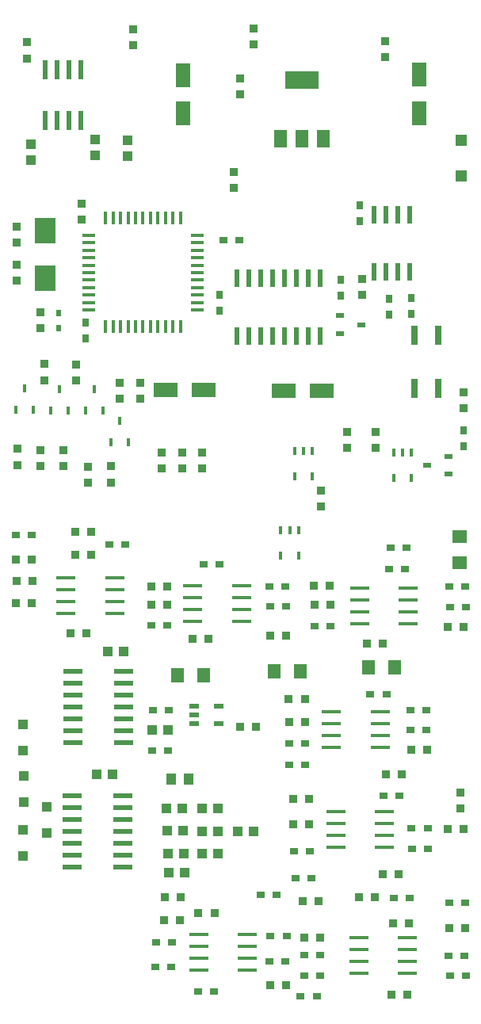
<source format=gtp>
G04 DipTrace 3.3.0.0*
G04 threshold_02a.GTP*
%MOIN*%
G04 #@! TF.FileFunction,Paste,Top*
G04 #@! TF.Part,Single*
%AMOUTLINE2*
4,1,4,
0.017638,0.015669,
0.017638,-0.015669,
-0.017638,-0.015669,
-0.017638,0.015669,
0.017638,0.015669,
0*%
%AMOUTLINE5*
4,1,4,
0.031417,-0.02748,
-0.031417,-0.02748,
-0.031417,0.02748,
0.031417,0.02748,
0.031417,-0.02748,
0*%
%AMOUTLINE8*
4,1,4,
0.02748,0.031417,
0.02748,-0.031417,
-0.02748,-0.031417,
-0.02748,0.031417,
0.02748,0.031417,
0*%
%AMOUTLINE11*
4,1,4,
0.015669,-0.017638,
-0.015669,-0.017638,
-0.015669,0.017638,
0.015669,0.017638,
0.015669,-0.017638,
0*%
%AMOUTLINE14*
4,1,4,
-0.015669,0.017638,
0.015669,0.017638,
0.015669,-0.017638,
-0.015669,-0.017638,
-0.015669,0.017638,
0*%
%AMOUTLINE17*
4,1,4,
-0.017638,-0.015669,
-0.017638,0.015669,
0.017638,0.015669,
0.017638,-0.015669,
-0.017638,-0.015669,
0*%
%AMOUTLINE20*
4,1,4,
-0.051102,-0.028465,
-0.051102,0.028465,
0.051102,0.028465,
0.051102,-0.028465,
-0.051102,-0.028465,
0*%
%AMOUTLINE23*
4,1,4,
-0.02748,-0.031417,
-0.02748,0.031417,
0.02748,0.031417,
0.02748,-0.031417,
-0.02748,-0.031417,
0*%
%AMOUTLINE26*
4,1,4,
0.028465,-0.051102,
-0.028465,-0.051102,
-0.028465,0.051102,
0.028465,0.051102,
0.028465,-0.051102,
0*%
%AMOUTLINE29*
4,1,4,
0.023543,-0.023543,
0.023543,0.023543,
-0.023543,0.023543,
-0.023543,-0.023543,
0.023543,-0.023543,
0*%
%AMOUTLINE32*
4,1,4,
0.016654,0.00878,
0.016654,-0.00878,
-0.016654,-0.00878,
-0.016654,0.00878,
0.016654,0.00878,
0*%
%AMOUTLINE35*
4,1,4,
0.039291,-0.007795,
0.039291,0.007795,
-0.039291,0.007795,
-0.039291,-0.007795,
0.039291,-0.007795,
0*%
%AMOUTLINE38*
4,1,4,
-0.007795,0.017638,
0.007795,0.017638,
0.007795,-0.017638,
-0.007795,-0.017638,
-0.007795,0.017638,
0*%
%AMOUTLINE41*
4,1,4,
-0.016654,-0.00878,
-0.016654,0.00878,
0.016654,0.00878,
0.016654,-0.00878,
-0.016654,-0.00878,
0*%
%AMOUTLINE44*
4,1,4,
0.008984,0.035984,
-0.008984,0.035984,
-0.008984,-0.035984,
0.008984,-0.035984,
0.008984,0.035984,
0*%
%AMOUTLINE47*
4,1,4,
0.025484,0.035484,
-0.025484,0.035484,
-0.025484,-0.035484,
0.025484,-0.035484,
0.025484,0.035484,
0*%
%AMOUTLINE50*
4,1,4,
0.070984,0.035484,
-0.070984,0.035484,
-0.070984,-0.035484,
0.070984,-0.035484,
0.070984,0.035484,
0*%
%AMOUTLINE53*
4,1,4,
-0.005827,0.025512,
-0.005827,-0.025512,
0.005827,-0.025512,
0.005827,0.025512,
-0.005827,0.025512,
0*%
%AMOUTLINE56*
4,1,4,
-0.025512,0.005827,
-0.025512,-0.005827,
0.025512,-0.005827,
0.025512,0.005827,
-0.025512,0.005827,
0*%
%AMOUTLINE65*
4,1,4,
-0.009764,0.012717,
-0.009764,-0.012717,
0.009764,-0.012717,
0.009764,0.012717,
-0.009764,0.012717,
0*%
%ADD26R,0.043307X0.03937*%
%ADD27R,0.03937X0.043307*%
%ADD41R,0.07874X0.023622*%
%ADD43R,0.043307X0.023622*%
%ADD50R,0.023622X0.07874*%
%ADD81R,0.086457X0.110079*%
%ADD83R,0.017559X0.033307*%
%ADD97R,0.015591X0.035276*%
%ADD99R,0.031339X0.078583*%
%ADD101R,0.039213X0.039213*%
%ADD103R,0.04315X0.051024*%
%ADD105R,0.054961X0.062835*%
%ADD107R,0.031339X0.035276*%
%ADD109R,0.035276X0.031339*%
%ADD115OUTLINE2*%
%ADD118OUTLINE5*%
%ADD121OUTLINE8*%
%ADD124OUTLINE11*%
%ADD127OUTLINE14*%
%ADD130OUTLINE17*%
%ADD133OUTLINE20*%
%ADD136OUTLINE23*%
%ADD139OUTLINE26*%
%ADD142OUTLINE29*%
%ADD145OUTLINE32*%
%ADD148OUTLINE35*%
%ADD151OUTLINE38*%
%ADD154OUTLINE41*%
%ADD157OUTLINE44*%
%ADD160OUTLINE47*%
%ADD163OUTLINE50*%
%ADD166OUTLINE53*%
%ADD169OUTLINE56*%
%ADD178OUTLINE65*%
%FSLAX26Y26*%
G04*
G70*
G90*
G75*
G01*
G04 TopPaste*
%LPD*%
D109*
X2031639Y842336D3*
X2098568D3*
D107*
X2324959Y2808093D3*
Y2741164D3*
D109*
X2013218Y2225344D3*
X2080147D3*
D115*
X1715945Y828941D3*
X1649016D3*
X1277681Y778179D3*
X1210752D3*
D109*
X2263769Y599081D3*
X2330698D3*
X1990706Y1273581D3*
X2057635D3*
D118*
X2310068Y2363580D3*
Y2253344D3*
D121*
X1925048Y1811221D3*
X2035285D3*
D115*
X1675021Y1151518D3*
X1608092D3*
X1986929Y1913261D3*
X1920000D3*
D109*
X2110197Y1047793D3*
X2177126D3*
D124*
X1726686Y2487911D3*
Y2554840D3*
D127*
X1955160Y2734596D3*
Y2801525D3*
D109*
X902579Y2327764D3*
X835649D3*
D115*
X510229Y2081637D3*
X443300D3*
D130*
X691740Y2286671D3*
X758669D3*
D133*
X1729261Y2976509D3*
X1567844D3*
X1072909Y2977697D3*
X1234327D3*
D115*
X673245Y1955239D3*
X740174D3*
D124*
X1835685Y2736417D3*
Y2803347D3*
D109*
X1232278Y2245722D3*
X1299207D3*
D115*
X1135350Y845654D3*
X1068421D3*
X2030010Y736621D3*
X2096939D3*
D136*
X1234296Y1777496D3*
X1124060D3*
D109*
X1514130Y680745D3*
X1581059D3*
X1934197Y1697450D3*
X2001126D3*
D105*
X1639796Y1796484D3*
X1529560D3*
D115*
X1657787Y1678525D3*
X1590858D3*
X1252764Y1933429D3*
X1185834D3*
D109*
X2103762Y1549541D3*
X2170691D3*
D124*
X1897991Y3445511D3*
Y3378581D3*
D107*
X1299764Y3378988D3*
Y3312059D3*
D109*
X1314648Y3609760D3*
X1381577D3*
D107*
X2106300Y3367310D3*
Y3300381D3*
D127*
X1386457Y4221462D3*
Y4288391D3*
D107*
X2012319Y3363517D3*
Y3296588D3*
D139*
X2138870Y4143751D3*
Y4305168D3*
X1145082Y4141224D3*
Y4302642D3*
D107*
X734813Y3263343D3*
Y3196413D3*
X1889628Y3756490D3*
Y3689560D3*
D124*
X445794Y3597785D3*
Y3664714D3*
X545290Y3304484D3*
Y3237555D3*
D127*
X446002Y3505347D3*
Y3438417D3*
X718215Y3761984D3*
Y3695055D3*
D27*
X774951Y4031934D3*
Y3965005D3*
D26*
X896859Y1878770D3*
X829930D3*
X849363Y1361508D3*
X782434D3*
D103*
X1094569Y1341892D3*
X1169373D3*
D142*
X2317264Y3880079D3*
Y4029685D3*
D101*
X472203Y1130117D3*
Y1019881D3*
X474915Y1355186D3*
Y1244950D3*
X571397Y1114952D3*
Y1225188D3*
X471855Y1461621D3*
Y1571857D3*
D99*
X2119041Y2984526D3*
X2219041D3*
Y3209329D3*
X2119041D3*
D145*
X2262543Y2624786D3*
Y2699589D3*
X2171992Y2662188D3*
D148*
X1889577Y2146983D3*
Y2096983D3*
Y2046983D3*
Y1996983D3*
X2094302D3*
Y2046983D3*
Y2096983D3*
Y2146983D3*
X1885644Y676820D3*
Y626820D3*
Y576820D3*
Y526820D3*
X2090369D3*
Y576820D3*
Y626820D3*
Y676820D3*
X1789512Y1206278D3*
Y1156278D3*
Y1106278D3*
Y1056278D3*
X1994236D3*
Y1106278D3*
Y1156278D3*
Y1206278D3*
D151*
X2106294Y2716511D3*
X2068892D3*
X2031491D3*
Y2610211D3*
X2106294D3*
X1632334Y2390289D3*
X1594933D3*
X1557531D3*
Y2283990D3*
X1632334D3*
D148*
X652978Y2188051D3*
Y2138051D3*
Y2088051D3*
Y2038051D3*
X857702D3*
Y2088051D3*
Y2138051D3*
Y2188051D3*
D97*
X1689694Y2722791D3*
X1652292D3*
X1614891D3*
Y2616492D3*
X1689694D3*
D148*
X1187296Y2154064D3*
Y2104064D3*
Y2054064D3*
Y2004064D3*
X1392021D3*
Y2054064D3*
Y2104064D3*
Y2154064D3*
X1212291Y689841D3*
Y639841D3*
Y589841D3*
Y539841D3*
X1417016D3*
Y589841D3*
Y639841D3*
Y689841D3*
D154*
X1806935Y3290982D3*
Y3216179D3*
X1897486Y3253580D3*
D148*
X1770286Y1625352D3*
Y1575352D3*
Y1525352D3*
Y1475352D3*
X1975010D3*
Y1525352D3*
Y1575352D3*
Y1625352D3*
D157*
X1371710Y3205781D3*
X1421710D3*
X1471710D3*
X1521710D3*
X1571710D3*
X1621710D3*
X1671710D3*
X1721710D3*
Y3447781D3*
X1671710D3*
X1621710D3*
X1571710D3*
X1521710D3*
X1471710D3*
X1421710D3*
X1371710D3*
D160*
X1557101Y4035948D3*
X1647101D3*
X1737101D3*
D163*
X1646101Y4283948D3*
D157*
X1949094Y3474681D3*
X1999094D3*
X2049094D3*
X2099094D3*
Y3716681D3*
X2049094D3*
X1999094D3*
X1949094D3*
D166*
X819883Y3244084D3*
X851379D3*
X882875D3*
X914371D3*
X945867D3*
X977363D3*
X1008859D3*
X1040355D3*
X1071852D3*
X1103348D3*
X1134844D3*
D169*
X1205710Y3314950D3*
Y3346446D3*
Y3377942D3*
Y3409438D3*
Y3440934D3*
Y3472431D3*
Y3503927D3*
Y3535423D3*
Y3566919D3*
Y3598415D3*
Y3629911D3*
D166*
X1134844Y3700777D3*
X1103348D3*
X1071852D3*
X1040355D3*
X1008859D3*
X977363D3*
X945867D3*
X914371D3*
X882875D3*
X851379D3*
X819883D3*
D169*
X749017Y3629911D3*
Y3598415D3*
Y3566919D3*
Y3535423D3*
Y3503927D3*
Y3472431D3*
Y3440934D3*
Y3409438D3*
Y3377942D3*
Y3346446D3*
Y3314950D3*
D41*
X683495Y1797352D3*
Y1747352D3*
Y1697352D3*
Y1647352D3*
Y1597352D3*
Y1547352D3*
Y1497352D3*
X896093D3*
Y1547352D3*
Y1597352D3*
Y1647352D3*
Y1697352D3*
Y1747352D3*
Y1797352D3*
X680109Y1273167D3*
Y1223167D3*
Y1173167D3*
Y1123167D3*
Y1073167D3*
Y1023167D3*
Y973167D3*
X892707D3*
Y1023167D3*
Y1073167D3*
Y1123167D3*
Y1173167D3*
Y1223167D3*
Y1273167D3*
D43*
X1191097Y1649957D3*
Y1612555D3*
Y1575154D3*
X1297396D3*
Y1649957D3*
D178*
X623747Y3238030D3*
Y3301022D3*
D50*
X716453Y4325050D3*
X666453D3*
X616453D3*
X566453D3*
Y4112452D3*
X616453D3*
X666453D3*
X716453D3*
D83*
X842787Y2759097D3*
X917590D3*
X880189Y2849648D3*
X736097Y2892591D3*
X810900D3*
X773499Y2983142D3*
X588726Y2892701D3*
X663529D3*
X626127Y2983252D3*
X442271Y2894928D3*
X517075D3*
X479673Y2985479D3*
D81*
X567296Y3447861D3*
Y3647488D3*
D130*
X1885416Y844748D3*
X1952345D3*
D109*
X2087569Y2316663D3*
X2020640D3*
D124*
X2324458Y2970278D3*
Y2903349D3*
D115*
X1762338Y2156039D3*
X1695409D3*
D109*
X2265521Y2153950D3*
X2332450D3*
D115*
X1722754Y675744D3*
X1655825D3*
D127*
X964415Y2942088D3*
Y3009017D3*
X880131Y2943748D3*
Y3010677D3*
D115*
X1767151Y2075604D3*
X1700222D3*
D109*
X2268400Y515655D3*
X2335329D3*
X2267720Y2066763D3*
X2334649D3*
X1654638Y602508D3*
X1721567D3*
X1699143Y1984079D3*
X1766072D3*
D115*
X2331846Y716559D3*
X2264917D3*
X1675021Y1257769D3*
X1608092D3*
X2327397Y1982689D3*
X2260468D3*
D109*
X1707749Y430606D3*
X1640820D3*
D115*
X1986418Y942108D3*
X2053348D3*
D127*
X841123Y2657613D3*
Y2590684D3*
X744405Y2654600D3*
Y2587671D3*
D109*
X2107417Y1134865D3*
X2174346D3*
D115*
X2022140Y437249D3*
X2089069D3*
D109*
X1654526Y516433D3*
X1721455D3*
X2331394Y823803D3*
X2264464D3*
X1612522Y1039020D3*
X1679451D3*
D115*
X2327069Y1132144D3*
X2260140D3*
D109*
X1618771Y926520D3*
X1685701D3*
D124*
X2312067Y1286000D3*
Y1219071D3*
D115*
X508808Y2267000D3*
X441879D3*
X511534Y2175656D3*
X444605D3*
D130*
X692075Y2383057D3*
X759004D3*
D127*
X1226614Y2716411D3*
Y2649482D3*
D109*
X443577Y2368205D3*
X510506D3*
D127*
X1143577Y2715314D3*
Y2648385D3*
X641559Y2725434D3*
Y2658505D3*
X1055546Y2714980D3*
Y2648051D3*
D115*
X1079191Y2152959D3*
X1012262D3*
X1134243Y748282D3*
X1067313D3*
D127*
X696072Y3086210D3*
Y3019281D3*
X563922Y3087517D3*
Y3020588D3*
D109*
X1509417Y574854D3*
X1576346D3*
D115*
X1079237Y2075606D3*
X1012308D3*
D109*
X1510047Y2153963D3*
X1576976D3*
X1032464Y655432D3*
X1099394D3*
D115*
X1387037Y1563386D3*
X1453966D3*
X1660308Y1582600D3*
X1593379D3*
D109*
X1013853Y1990219D3*
X1080782D3*
X1512418Y2069532D3*
X1579348D3*
X1028407Y553515D3*
X1095336D3*
D127*
X546030Y2725214D3*
Y2658285D3*
X450512Y2730730D3*
Y2663801D3*
D109*
X2103457Y1630852D3*
X2170386D3*
D115*
X1580523Y474137D3*
X1513594D3*
X1578870Y1946282D3*
X1511941D3*
D109*
X1277392Y449039D3*
X1210463D3*
D107*
X1809216Y3442222D3*
Y3375293D3*
D109*
X1539991Y855092D3*
X1473061D3*
X1592564Y1491572D3*
X1659493D3*
D115*
X2171386Y1464364D3*
X2104457D3*
D109*
X1592474Y1402201D3*
X1659403D3*
D130*
X2000374Y1363862D3*
X2067303D3*
D124*
X1358119Y3828106D3*
Y3895036D3*
X1995996Y4378420D3*
Y4445349D3*
X1442048Y4432476D3*
Y4499406D3*
X934617Y4428595D3*
Y4495524D3*
X489626Y4373938D3*
Y4440868D3*
D27*
X507623Y3944913D3*
Y4011843D3*
X912206Y3963150D3*
Y4030079D3*
D26*
X1227191Y1029655D3*
X1294121D3*
X1151270Y949677D3*
X1084341D3*
X1227352Y1123882D3*
X1294281D3*
X1148163Y1030001D3*
X1081233D3*
X1293299Y1218557D3*
X1226370D3*
X1146109Y1126983D3*
X1079180D3*
X1442186Y1123488D3*
X1375257D3*
X1144206Y1218119D3*
X1077277D3*
X1015869Y1549881D3*
X1082798D3*
D109*
X1082475Y1463822D3*
X1015546D3*
X1085009Y1633234D3*
X1018080D3*
M02*

</source>
